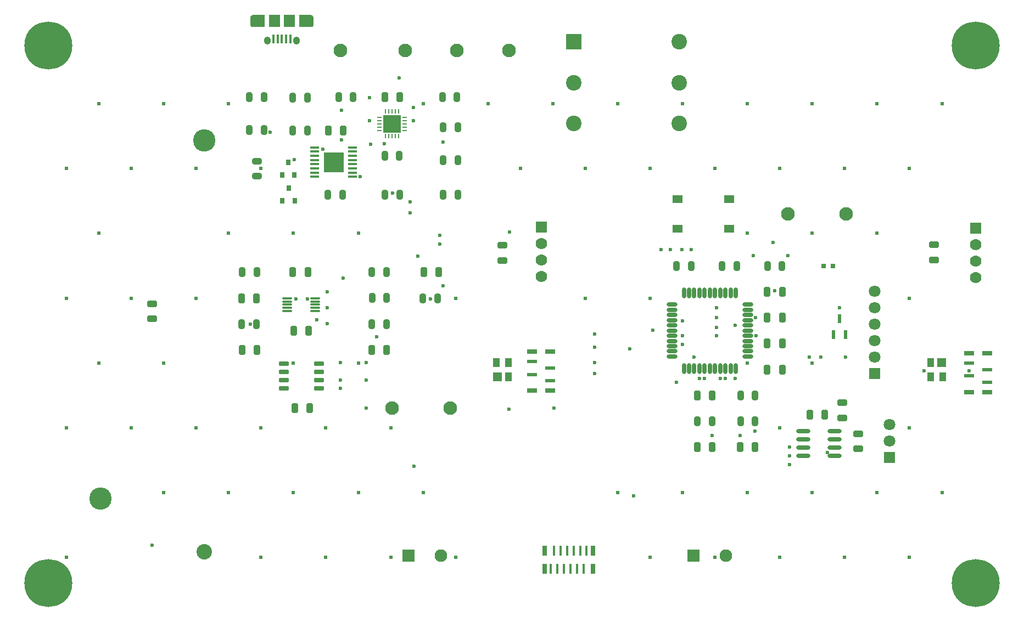
<source format=gbr>
%TF.GenerationSoftware,Altium Limited,Altium Designer,21.6.1 (37)*%
G04 Layer_Color=8388736*
%FSLAX43Y43*%
%MOMM*%
%TF.SameCoordinates,A8206A2C-5CB0-4F6E-B559-DFDA062B5CA2*%
%TF.FilePolarity,Negative*%
%TF.FileFunction,Soldermask,Top*%
%TF.Part,Single*%
G01*
G75*
%TA.AperFunction,SMDPad,CuDef*%
G04:AMPARAMS|DCode=11|XSize=1.44mm|YSize=0.3mm|CornerRadius=0.075mm|HoleSize=0mm|Usage=FLASHONLY|Rotation=0.000|XOffset=0mm|YOffset=0mm|HoleType=Round|Shape=RoundedRectangle|*
%AMROUNDEDRECTD11*
21,1,1.440,0.150,0,0,0.0*
21,1,1.290,0.300,0,0,0.0*
1,1,0.150,0.645,-0.075*
1,1,0.150,-0.645,-0.075*
1,1,0.150,-0.645,0.075*
1,1,0.150,0.645,0.075*
%
%ADD11ROUNDEDRECTD11*%
%ADD12O,2.200X0.600*%
G04:AMPARAMS|DCode=13|XSize=1.5mm|YSize=1mm|CornerRadius=0.25mm|HoleSize=0mm|Usage=FLASHONLY|Rotation=90.000|XOffset=0mm|YOffset=0mm|HoleType=Round|Shape=RoundedRectangle|*
%AMROUNDEDRECTD13*
21,1,1.500,0.500,0,0,90.0*
21,1,1.000,1.000,0,0,90.0*
1,1,0.500,0.250,0.500*
1,1,0.500,0.250,-0.500*
1,1,0.500,-0.250,-0.500*
1,1,0.500,-0.250,0.500*
%
%ADD13ROUNDEDRECTD13*%
G04:AMPARAMS|DCode=14|XSize=1.5mm|YSize=1mm|CornerRadius=0.25mm|HoleSize=0mm|Usage=FLASHONLY|Rotation=0.000|XOffset=0mm|YOffset=0mm|HoleType=Round|Shape=RoundedRectangle|*
%AMROUNDEDRECTD14*
21,1,1.500,0.500,0,0,0.0*
21,1,1.000,1.000,0,0,0.0*
1,1,0.500,0.500,-0.250*
1,1,0.500,-0.500,-0.250*
1,1,0.500,-0.500,0.250*
1,1,0.500,0.500,0.250*
%
%ADD14ROUNDEDRECTD14*%
%ADD15R,1.800X1.900*%
%ADD16R,0.400X1.350*%
G04:AMPARAMS|DCode=17|XSize=1.45mm|YSize=0.95mm|CornerRadius=0.238mm|HoleSize=0mm|Usage=FLASHONLY|Rotation=90.000|XOffset=0mm|YOffset=0mm|HoleType=Round|Shape=RoundedRectangle|*
%AMROUNDEDRECTD17*
21,1,1.450,0.475,0,0,90.0*
21,1,0.975,0.950,0,0,90.0*
1,1,0.475,0.238,0.488*
1,1,0.475,0.238,-0.488*
1,1,0.475,-0.238,-0.488*
1,1,0.475,-0.238,0.488*
%
%ADD17ROUNDEDRECTD17*%
%ADD18R,1.359X0.356*%
%ADD19R,3.099X3.099*%
%ADD20O,0.600X1.700*%
%ADD21O,1.700X0.600*%
G04:AMPARAMS|DCode=22|XSize=0.239mm|YSize=0.729mm|CornerRadius=0.12mm|HoleSize=0mm|Usage=FLASHONLY|Rotation=0.000|XOffset=0mm|YOffset=0mm|HoleType=Round|Shape=RoundedRectangle|*
%AMROUNDEDRECTD22*
21,1,0.239,0.490,0,0,0.0*
21,1,0.000,0.729,0,0,0.0*
1,1,0.239,0.000,-0.245*
1,1,0.239,0.000,-0.245*
1,1,0.239,0.000,0.245*
1,1,0.239,0.000,0.245*
%
%ADD22ROUNDEDRECTD22*%
G04:AMPARAMS|DCode=23|XSize=0.729mm|YSize=0.239mm|CornerRadius=0.12mm|HoleSize=0mm|Usage=FLASHONLY|Rotation=0.000|XOffset=0mm|YOffset=0mm|HoleType=Round|Shape=RoundedRectangle|*
%AMROUNDEDRECTD23*
21,1,0.729,0.000,0,0,0.0*
21,1,0.490,0.239,0,0,0.0*
1,1,0.239,0.245,0.000*
1,1,0.239,-0.245,0.000*
1,1,0.239,-0.245,0.000*
1,1,0.239,0.245,0.000*
%
%ADD23ROUNDEDRECTD23*%
%ADD24R,0.729X0.239*%
%ADD25R,2.800X2.800*%
%ADD26R,1.500X0.600*%
%ADD27R,1.500X0.800*%
G04:AMPARAMS|DCode=28|XSize=0.6mm|YSize=1.45mm|CornerRadius=0.051mm|HoleSize=0mm|Usage=FLASHONLY|Rotation=90.000|XOffset=0mm|YOffset=0mm|HoleType=Round|Shape=RoundedRectangle|*
%AMROUNDEDRECTD28*
21,1,0.600,1.348,0,0,90.0*
21,1,0.498,1.450,0,0,90.0*
1,1,0.102,0.674,0.249*
1,1,0.102,0.674,-0.249*
1,1,0.102,-0.674,-0.249*
1,1,0.102,-0.674,0.249*
%
%ADD28ROUNDEDRECTD28*%
%ADD29R,0.600X1.350*%
G04:AMPARAMS|DCode=30|XSize=1.45mm|YSize=0.95mm|CornerRadius=0.238mm|HoleSize=0mm|Usage=FLASHONLY|Rotation=0.000|XOffset=0mm|YOffset=0mm|HoleType=Round|Shape=RoundedRectangle|*
%AMROUNDEDRECTD30*
21,1,1.450,0.475,0,0,0.0*
21,1,0.975,0.950,0,0,0.0*
1,1,0.475,0.488,-0.238*
1,1,0.475,-0.488,-0.238*
1,1,0.475,-0.488,0.238*
1,1,0.475,0.488,0.238*
%
%ADD30ROUNDEDRECTD30*%
%ADD31R,1.400X1.400*%
%ADD32R,1.000X1.400*%
%ADD33R,0.800X0.800*%
%ADD34R,0.800X1.500*%
%ADD35R,0.400X1.500*%
%ADD36R,0.800X0.900*%
%ADD37R,1.550X1.300*%
%TA.AperFunction,ComponentPad*%
%ADD40C,1.800*%
%ADD41R,1.800X1.800*%
%ADD42R,2.400X2.400*%
%ADD43C,2.400*%
%ADD44O,1.050X1.250*%
%ADD45C,2.100*%
%ADD46C,3.450*%
%ADD47C,2.388*%
%ADD48R,1.950X1.950*%
%ADD49C,1.950*%
%TA.AperFunction,ViaPad*%
%ADD50C,7.400*%
%TA.AperFunction,ComponentPad*%
%ADD51R,1.778X1.778*%
%ADD52C,1.778*%
%TA.AperFunction,ViaPad*%
%ADD53C,0.600*%
%ADD54C,0.610*%
G36*
X39332Y91855D02*
X37388D01*
X37278Y91901D01*
X37193Y91985D01*
X37147Y92095D01*
Y92155D01*
Y93255D01*
Y93354D01*
X37224Y93538D01*
X37364Y93679D01*
X37548Y93755D01*
X39332D01*
Y91855D01*
D02*
G37*
G36*
X46636Y93679D02*
X46776Y93538D01*
X46852Y93354D01*
Y93255D01*
Y92155D01*
Y92095D01*
X46807Y91985D01*
X46722Y91901D01*
X46612Y91855D01*
X44667D01*
Y93755D01*
X46452D01*
X46636Y93679D01*
D02*
G37*
D11*
X42855Y50000D02*
D03*
Y49500D02*
D03*
Y49000D02*
D03*
Y48500D02*
D03*
Y48000D02*
D03*
X47145D02*
D03*
Y48500D02*
D03*
Y49000D02*
D03*
Y49500D02*
D03*
Y50000D02*
D03*
D12*
X127200Y25695D02*
D03*
Y26965D02*
D03*
Y28235D02*
D03*
Y29505D02*
D03*
X122400Y25695D02*
D03*
Y26965D02*
D03*
Y28235D02*
D03*
Y29505D02*
D03*
D13*
X125750Y32042D02*
D03*
X123450D02*
D03*
X35784Y50000D02*
D03*
X38084D02*
D03*
X44000Y33000D02*
D03*
X46300D02*
D03*
X66175Y54000D02*
D03*
X63875D02*
D03*
X43850Y45000D02*
D03*
X46150D02*
D03*
X38150Y42000D02*
D03*
X35850D02*
D03*
X58150Y42000D02*
D03*
X55850D02*
D03*
X43700Y54000D02*
D03*
X46000D02*
D03*
X57850Y81000D02*
D03*
X60150D02*
D03*
X112675Y27000D02*
D03*
X114975D02*
D03*
X108350Y27000D02*
D03*
X106050D02*
D03*
X108350Y35000D02*
D03*
X106050D02*
D03*
X116850Y51000D02*
D03*
X119150D02*
D03*
X116850Y47000D02*
D03*
X119150D02*
D03*
X116850Y39000D02*
D03*
X119150D02*
D03*
X116850Y43000D02*
D03*
X119150D02*
D03*
X51450Y75882D02*
D03*
X49150D02*
D03*
D14*
X128400Y31550D02*
D03*
Y33850D02*
D03*
X130900Y26790D02*
D03*
Y29090D02*
D03*
X76000Y58150D02*
D03*
Y55850D02*
D03*
X142519Y58235D02*
D03*
Y55935D02*
D03*
X22000Y49150D02*
D03*
Y46850D02*
D03*
D15*
X40850Y92805D02*
D03*
X43150D02*
D03*
D16*
X43300Y90000D02*
D03*
X40700D02*
D03*
X42650D02*
D03*
X42000D02*
D03*
X41350D02*
D03*
D17*
X45950Y80950D02*
D03*
X43700D02*
D03*
X38063Y46000D02*
D03*
X35813D02*
D03*
X66750Y81000D02*
D03*
X69000D02*
D03*
X58160Y50050D02*
D03*
X55910D02*
D03*
X58125Y54000D02*
D03*
X55875D02*
D03*
X63750Y50000D02*
D03*
X66000D02*
D03*
X55875Y46000D02*
D03*
X58125D02*
D03*
X35875Y54000D02*
D03*
X38125D02*
D03*
X102875Y55000D02*
D03*
X105125D02*
D03*
X114975Y31000D02*
D03*
X112725D02*
D03*
X114975Y35000D02*
D03*
X112725D02*
D03*
X106100Y31026D02*
D03*
X108350D02*
D03*
X112125Y55000D02*
D03*
X109875D02*
D03*
X119125Y55000D02*
D03*
X116875D02*
D03*
X45950Y75915D02*
D03*
X43700D02*
D03*
X50750Y81000D02*
D03*
X53000D02*
D03*
X57875Y72000D02*
D03*
X60125D02*
D03*
X66875Y76400D02*
D03*
X69125D02*
D03*
Y71325D02*
D03*
X66875D02*
D03*
X57900Y66000D02*
D03*
X60150D02*
D03*
X66875Y66000D02*
D03*
X69125D02*
D03*
X39250Y81000D02*
D03*
X37000D02*
D03*
X37000Y76000D02*
D03*
X39250D02*
D03*
X49100Y66000D02*
D03*
X51350D02*
D03*
D18*
X52927Y68725D02*
D03*
Y69375D02*
D03*
Y70025D02*
D03*
Y70675D02*
D03*
Y71325D02*
D03*
Y71975D02*
D03*
Y72625D02*
D03*
Y73275D02*
D03*
X47073D02*
D03*
Y72625D02*
D03*
Y71975D02*
D03*
Y71325D02*
D03*
Y70675D02*
D03*
Y70025D02*
D03*
Y69375D02*
D03*
Y68725D02*
D03*
D19*
X50000Y71000D02*
D03*
D20*
X104000Y39150D02*
D03*
X104800D02*
D03*
X105600D02*
D03*
X106400D02*
D03*
X107200D02*
D03*
X108000D02*
D03*
X108800D02*
D03*
X109600D02*
D03*
X110400D02*
D03*
X111200D02*
D03*
X112000D02*
D03*
Y50850D02*
D03*
X111200D02*
D03*
X110400D02*
D03*
X109600D02*
D03*
X108800D02*
D03*
X108000D02*
D03*
X107200D02*
D03*
X106400D02*
D03*
X105600D02*
D03*
X104800D02*
D03*
X104000D02*
D03*
D21*
X113850Y41000D02*
D03*
Y41800D02*
D03*
Y42600D02*
D03*
Y43400D02*
D03*
Y44200D02*
D03*
Y45000D02*
D03*
Y45800D02*
D03*
Y46600D02*
D03*
Y47400D02*
D03*
Y48200D02*
D03*
Y49000D02*
D03*
X102150D02*
D03*
Y48200D02*
D03*
Y47400D02*
D03*
Y46600D02*
D03*
Y45800D02*
D03*
Y45000D02*
D03*
Y44200D02*
D03*
Y43400D02*
D03*
Y42600D02*
D03*
Y41800D02*
D03*
Y41000D02*
D03*
D22*
X58000Y78829D02*
D03*
X58500D02*
D03*
X59000D02*
D03*
X59500D02*
D03*
X60000D02*
D03*
Y75000D02*
D03*
X59500D02*
D03*
X59000D02*
D03*
X58500D02*
D03*
X58000D02*
D03*
D23*
X60915Y77915D02*
D03*
Y77415D02*
D03*
Y76915D02*
D03*
Y76415D02*
D03*
Y75915D02*
D03*
X57085D02*
D03*
Y76415D02*
D03*
Y76915D02*
D03*
Y77415D02*
D03*
D24*
Y77915D02*
D03*
D25*
X59000Y76915D02*
D03*
D26*
X150800Y37000D02*
D03*
X148000Y38000D02*
D03*
X150800Y39000D02*
D03*
X148000Y40000D02*
D03*
X80600Y40225D02*
D03*
X83400Y39225D02*
D03*
X80600Y38225D02*
D03*
X83400Y37225D02*
D03*
D27*
X150800Y35500D02*
D03*
X148000D02*
D03*
X150800Y41500D02*
D03*
X148000D02*
D03*
X80600Y41725D02*
D03*
X83400D02*
D03*
X80600Y35725D02*
D03*
X83400D02*
D03*
D28*
X42275Y39905D02*
D03*
Y38635D02*
D03*
Y37365D02*
D03*
Y36095D02*
D03*
X47725Y39905D02*
D03*
Y38635D02*
D03*
Y37365D02*
D03*
Y36095D02*
D03*
D29*
X128000Y46820D02*
D03*
X128950Y44420D02*
D03*
X127050D02*
D03*
D30*
X38125Y68875D02*
D03*
Y71125D02*
D03*
D31*
X75250Y37900D02*
D03*
X143750Y40100D02*
D03*
D32*
X76950Y37900D02*
D03*
Y40100D02*
D03*
X75050D02*
D03*
X143950Y37900D02*
D03*
X142050D02*
D03*
Y40100D02*
D03*
D33*
X127000Y55000D02*
D03*
X125500D02*
D03*
D34*
X90000Y8200D02*
D03*
Y11000D02*
D03*
X82500Y8200D02*
D03*
Y11000D02*
D03*
D35*
X86500Y8200D02*
D03*
X87000Y11000D02*
D03*
X85500Y8200D02*
D03*
X86000Y11000D02*
D03*
X83500Y8200D02*
D03*
X84000Y11000D02*
D03*
X84500Y8200D02*
D03*
X85000Y11000D02*
D03*
X88000D02*
D03*
X89000D02*
D03*
X87500Y8200D02*
D03*
X88500D02*
D03*
D36*
X42100Y65000D02*
D03*
X44000D02*
D03*
X43050Y67000D02*
D03*
X43000Y71000D02*
D03*
X43950Y69000D02*
D03*
X42050D02*
D03*
D37*
X103025Y65250D02*
D03*
X110975D02*
D03*
X103025Y60750D02*
D03*
X110975D02*
D03*
D40*
X135700Y27940D02*
D03*
Y30480D02*
D03*
X133375Y40920D02*
D03*
Y43460D02*
D03*
Y46000D02*
D03*
Y48540D02*
D03*
Y51080D02*
D03*
D41*
X135700Y25400D02*
D03*
X133375Y38380D02*
D03*
D42*
X87000Y89579D02*
D03*
D43*
Y76979D02*
D03*
Y83279D02*
D03*
X103300Y89579D02*
D03*
Y76979D02*
D03*
Y83279D02*
D03*
D44*
X39775Y89750D02*
D03*
X44225D02*
D03*
D45*
X59000Y33006D02*
D03*
X61000Y88200D02*
D03*
X51000Y88200D02*
D03*
X129000Y63000D02*
D03*
X69000Y88200D02*
D03*
X77000D02*
D03*
X68000Y33006D02*
D03*
X120000Y63000D02*
D03*
D46*
X30001Y74311D02*
D03*
X13999Y19066D02*
D03*
D47*
X30001Y10836D02*
D03*
D48*
X105500Y10250D02*
D03*
X61500D02*
D03*
D49*
X110500D02*
D03*
X66500D02*
D03*
D50*
X149000Y89000D02*
D03*
Y6000D02*
D03*
X6000D02*
D03*
Y89000D02*
D03*
D51*
X82000Y61000D02*
D03*
X149000Y60810D02*
D03*
D52*
X82000Y55920D02*
D03*
Y53380D02*
D03*
Y58460D02*
D03*
X149000Y58270D02*
D03*
Y53190D02*
D03*
Y55730D02*
D03*
D53*
X55491Y77406D02*
D03*
X44137Y49890D02*
D03*
X51244Y74404D02*
D03*
X45974Y49890D02*
D03*
X126174Y26174D02*
D03*
X115083Y47039D02*
D03*
X120000Y56575D02*
D03*
X114700D02*
D03*
X105150Y57475D02*
D03*
X84000Y33006D02*
D03*
X54059Y68725D02*
D03*
X55652Y73797D02*
D03*
X51244Y78994D02*
D03*
X108350Y28778D02*
D03*
X112700Y28790D02*
D03*
X114975Y29464D02*
D03*
X77000Y32836D02*
D03*
X62400Y24100D02*
D03*
X66382Y58364D02*
D03*
X66342Y59702D02*
D03*
X123300Y40900D02*
D03*
X22000Y11900D02*
D03*
X100503Y57463D02*
D03*
X101892Y57475D02*
D03*
X103716Y57463D02*
D03*
X43891Y71389D02*
D03*
X48365Y72994D02*
D03*
X125082Y40920D02*
D03*
X103809Y46494D02*
D03*
Y42823D02*
D03*
Y44200D02*
D03*
X105600Y40908D02*
D03*
X99174Y45067D02*
D03*
X95648Y42163D02*
D03*
X109066Y45437D02*
D03*
Y44200D02*
D03*
X51000Y40100D02*
D03*
X141000Y38773D02*
D03*
X47407Y46688D02*
D03*
X55000Y40100D02*
D03*
X54989Y37365D02*
D03*
X51000Y36095D02*
D03*
Y37365D02*
D03*
X62972Y56527D02*
D03*
X66875Y51882D02*
D03*
X90233Y44488D02*
D03*
X96227Y19523D02*
D03*
X90233Y38360D02*
D03*
Y42456D02*
D03*
X120307Y24320D02*
D03*
Y27000D02*
D03*
X111946Y37574D02*
D03*
X107200D02*
D03*
X110400D02*
D03*
X109600D02*
D03*
X106400D02*
D03*
X102831Y36994D02*
D03*
X109000Y47000D02*
D03*
Y48540D02*
D03*
X55491Y80987D02*
D03*
X61810Y64879D02*
D03*
X62268Y79463D02*
D03*
X37135Y46022D02*
D03*
X111946Y45800D02*
D03*
X64884Y49872D02*
D03*
X51438Y53124D02*
D03*
X49000Y51000D02*
D03*
Y48498D02*
D03*
Y46113D02*
D03*
X56607Y44000D02*
D03*
X55000Y33000D02*
D03*
X40170Y75653D02*
D03*
X66875Y74129D02*
D03*
X77127Y60180D02*
D03*
X115117Y44200D02*
D03*
X90233Y40068D02*
D03*
X120307Y25635D02*
D03*
X57823Y73825D02*
D03*
X61810Y63182D02*
D03*
X59042Y66255D02*
D03*
X128000Y48526D02*
D03*
X117792Y58610D02*
D03*
X148018Y38773D02*
D03*
X62268Y77406D02*
D03*
X117995Y51117D02*
D03*
X128950Y40920D02*
D03*
X60134Y84035D02*
D03*
D54*
X143788Y80008D02*
D03*
X138788Y70008D02*
D03*
Y50008D02*
D03*
Y30008D02*
D03*
X143788Y20008D02*
D03*
X138788Y10008D02*
D03*
X133788Y80008D02*
D03*
X128788Y70008D02*
D03*
X133788Y60008D02*
D03*
Y20008D02*
D03*
X128788Y10008D02*
D03*
X123788Y80008D02*
D03*
X118788Y70008D02*
D03*
X123788Y60008D02*
D03*
Y40008D02*
D03*
X118788Y30008D02*
D03*
X123788Y20008D02*
D03*
X118788Y10008D02*
D03*
X113788Y80008D02*
D03*
X108788Y70008D02*
D03*
X113788Y60008D02*
D03*
Y40008D02*
D03*
Y20008D02*
D03*
X108788Y10008D02*
D03*
X103788Y80008D02*
D03*
X98788Y70008D02*
D03*
Y50008D02*
D03*
X103788Y20008D02*
D03*
X98788Y10008D02*
D03*
X93788Y80008D02*
D03*
X88788Y70008D02*
D03*
Y50008D02*
D03*
X93788Y20008D02*
D03*
X83788Y80008D02*
D03*
X78788Y70008D02*
D03*
X73788Y80008D02*
D03*
X68788Y50008D02*
D03*
Y10008D02*
D03*
X63788Y80008D02*
D03*
X58788Y30008D02*
D03*
X63788Y20008D02*
D03*
X58788Y10008D02*
D03*
X53788Y60008D02*
D03*
Y40008D02*
D03*
X48788Y30008D02*
D03*
X53788Y20008D02*
D03*
X48788Y10008D02*
D03*
X38788Y70008D02*
D03*
X43788Y60008D02*
D03*
Y40008D02*
D03*
X38788Y30008D02*
D03*
X43788Y20008D02*
D03*
X38788Y10008D02*
D03*
X33788Y80008D02*
D03*
X28788Y70008D02*
D03*
X33788Y60008D02*
D03*
X28788Y50008D02*
D03*
Y30008D02*
D03*
X33788Y20008D02*
D03*
X23788Y80008D02*
D03*
X18788Y70008D02*
D03*
Y50008D02*
D03*
X23788Y40008D02*
D03*
X18788Y30008D02*
D03*
X23788Y20008D02*
D03*
X13788Y80008D02*
D03*
X8788Y70008D02*
D03*
X13788Y60008D02*
D03*
X8788Y50008D02*
D03*
X13788Y40008D02*
D03*
X8788Y30008D02*
D03*
Y10008D02*
D03*
%TF.MD5,e2a999bdadcd892a8bb29ed03f500552*%
M02*

</source>
